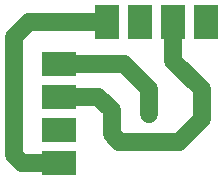
<source format=gbr>
G04 #@! TF.GenerationSoftware,KiCad,Pcbnew,(5.0.0)*
G04 #@! TF.CreationDate,2019-11-03T02:48:07+01:00*
G04 #@! TF.ProjectId,baum4,6261756D342E6B696361645F70636200,rev?*
G04 #@! TF.SameCoordinates,Original*
G04 #@! TF.FileFunction,Copper,L1,Top,Signal*
G04 #@! TF.FilePolarity,Positive*
%FSLAX46Y46*%
G04 Gerber Fmt 4.6, Leading zero omitted, Abs format (unit mm)*
G04 Created by KiCad (PCBNEW (5.0.0)) date 11/03/19 02:48:07*
%MOMM*%
%LPD*%
G01*
G04 APERTURE LIST*
G04 #@! TA.AperFunction,ComponentPad*
%ADD10R,3.000000X2.000000*%
G04 #@! TD*
G04 #@! TA.AperFunction,ComponentPad*
%ADD11R,2.000000X3.000000*%
G04 #@! TD*
G04 #@! TA.AperFunction,ViaPad*
%ADD12C,1.200000*%
G04 #@! TD*
G04 #@! TA.AperFunction,Conductor*
%ADD13C,1.500000*%
G04 #@! TD*
G04 APERTURE END LIST*
D10*
G04 #@! TO.P,J1,1*
G04 #@! TO.N,Net-(J1-Pad1)*
X55245000Y-50050000D03*
G04 #@! TO.P,J1,2*
G04 #@! TO.N,Net-(J1-Pad2)*
X55245000Y-47250000D03*
G04 #@! TO.P,J1,3*
G04 #@! TO.N,Net-(J1-Pad3)*
X55245000Y-44450000D03*
G04 #@! TO.P,J1,4*
G04 #@! TO.N,Net-(J1-Pad4)*
X55245000Y-41650000D03*
G04 #@! TD*
D11*
G04 #@! TO.P,J2,4*
G04 #@! TO.N,Net-(J1-Pad4)*
X67700000Y-38100000D03*
G04 #@! TO.P,J2,3*
G04 #@! TO.N,Net-(J1-Pad3)*
X64900000Y-38100000D03*
G04 #@! TO.P,J2,2*
G04 #@! TO.N,Net-(J1-Pad2)*
X62100000Y-38100000D03*
G04 #@! TO.P,J2,1*
G04 #@! TO.N,Net-(J1-Pad1)*
X59300000Y-38100000D03*
G04 #@! TD*
D12*
G04 #@! TO.N,Net-(J1-Pad4)*
X62865000Y-45935000D03*
G04 #@! TD*
D13*
G04 #@! TO.N,Net-(J1-Pad1)*
X52070000Y-50050000D02*
X55245000Y-50050000D01*
X51435000Y-49415000D02*
X52070000Y-50050000D01*
X51435000Y-39370000D02*
X51435000Y-49415000D01*
X52705000Y-38100000D02*
X51435000Y-39370000D01*
X59300000Y-38100000D02*
X52705000Y-38100000D01*
G04 #@! TO.N,Net-(J1-Pad3)*
X67310000Y-43815000D02*
X64900000Y-41405000D01*
X67310000Y-46355000D02*
X67310000Y-43815000D01*
X58551558Y-44450000D02*
X59690000Y-45588442D01*
X64900000Y-41405000D02*
X64900000Y-38100000D01*
X55245000Y-44450000D02*
X58551558Y-44450000D01*
X59690000Y-47625000D02*
X60325000Y-48260000D01*
X60325000Y-48260000D02*
X65405000Y-48260000D01*
X59690000Y-45588442D02*
X59690000Y-47625000D01*
X65405000Y-48260000D02*
X67310000Y-46355000D01*
G04 #@! TO.N,Net-(J1-Pad4)*
X58580000Y-41650000D02*
X55245000Y-41650000D01*
X62865000Y-45935000D02*
X62865000Y-43815000D01*
X60700000Y-41650000D02*
X58580000Y-41650000D01*
X62865000Y-43815000D02*
X60700000Y-41650000D01*
G04 #@! TD*
M02*

</source>
